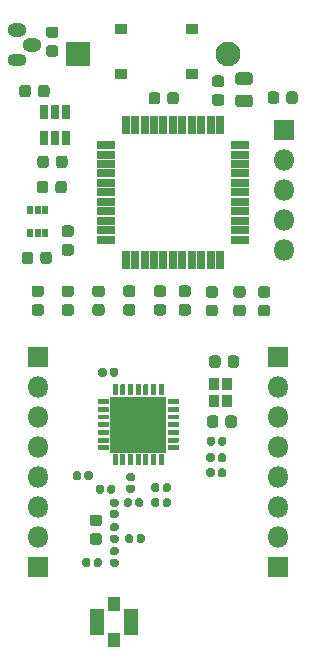
<source format=gbr>
%TF.GenerationSoftware,KiCad,Pcbnew,(5.1.6)-1*%
%TF.CreationDate,2022-09-14T08:17:57+02:00*%
%TF.ProjectId,LoRaWAN_EndNode_Microchip,4c6f5261-5741-44e5-9f45-6e644e6f6465,rev?*%
%TF.SameCoordinates,Original*%
%TF.FileFunction,Soldermask,Top*%
%TF.FilePolarity,Negative*%
%FSLAX46Y46*%
G04 Gerber Fmt 4.6, Leading zero omitted, Abs format (unit mm)*
G04 Created by KiCad (PCBNEW (5.1.6)-1) date 2022-09-14 08:17:57*
%MOMM*%
%LPD*%
G01*
G04 APERTURE LIST*
%ADD10C,2.100000*%
%ADD11R,2.100000X2.100000*%
%ADD12O,1.800000X1.800000*%
%ADD13R,1.800000X1.800000*%
%ADD14O,1.600000X1.200000*%
%ADD15O,1.600000X1.100000*%
%ADD16R,0.500000X0.750000*%
%ADD17R,0.750000X1.160000*%
%ADD18R,0.900000X1.000000*%
%ADD19R,4.800000X4.800000*%
%ADD20R,1.100000X0.850000*%
%ADD21R,0.650000X1.600000*%
%ADD22R,1.600000X0.650000*%
%ADD23R,1.150000X2.300000*%
%ADD24R,1.100000X1.150000*%
G04 APERTURE END LIST*
D10*
%TO.C,B1*%
X207137000Y-74295000D03*
D11*
X194437000Y-74295000D03*
%TD*%
D12*
%TO.C,J1*%
X211836000Y-90868500D03*
X211836000Y-88328500D03*
X211836000Y-85788500D03*
X211836000Y-83248500D03*
D13*
X211836000Y-80708500D03*
%TD*%
D14*
%TO.C,U4*%
X189238000Y-72288400D03*
X190500000Y-73558400D03*
D15*
X189280000Y-74828400D03*
%TD*%
%TO.C,R311*%
G36*
G01*
X193266750Y-90368500D02*
X193829250Y-90368500D01*
G75*
G02*
X194073000Y-90612250I0J-243750D01*
G01*
X194073000Y-91099750D01*
G75*
G02*
X193829250Y-91343500I-243750J0D01*
G01*
X193266750Y-91343500D01*
G75*
G02*
X193023000Y-91099750I0J243750D01*
G01*
X193023000Y-90612250D01*
G75*
G02*
X193266750Y-90368500I243750J0D01*
G01*
G37*
G36*
G01*
X193266750Y-88793500D02*
X193829250Y-88793500D01*
G75*
G02*
X194073000Y-89037250I0J-243750D01*
G01*
X194073000Y-89524750D01*
G75*
G02*
X193829250Y-89768500I-243750J0D01*
G01*
X193266750Y-89768500D01*
G75*
G02*
X193023000Y-89524750I0J243750D01*
G01*
X193023000Y-89037250D01*
G75*
G02*
X193266750Y-88793500I243750J0D01*
G01*
G37*
%TD*%
D16*
%TO.C,U6*%
X190358000Y-87528400D03*
X191658000Y-87528400D03*
X191008000Y-89428400D03*
X191008000Y-87528400D03*
X191658000Y-89428400D03*
X190358000Y-89428400D03*
%TD*%
%TO.C,R302*%
G36*
G01*
X206021250Y-94912000D02*
X205458750Y-94912000D01*
G75*
G02*
X205215000Y-94668250I0J243750D01*
G01*
X205215000Y-94180750D01*
G75*
G02*
X205458750Y-93937000I243750J0D01*
G01*
X206021250Y-93937000D01*
G75*
G02*
X206265000Y-94180750I0J-243750D01*
G01*
X206265000Y-94668250D01*
G75*
G02*
X206021250Y-94912000I-243750J0D01*
G01*
G37*
G36*
G01*
X206021250Y-96487000D02*
X205458750Y-96487000D01*
G75*
G02*
X205215000Y-96243250I0J243750D01*
G01*
X205215000Y-95755750D01*
G75*
G02*
X205458750Y-95512000I243750J0D01*
G01*
X206021250Y-95512000D01*
G75*
G02*
X206265000Y-95755750I0J-243750D01*
G01*
X206265000Y-96243250D01*
G75*
G02*
X206021250Y-96487000I-243750J0D01*
G01*
G37*
%TD*%
D13*
%TO.C,CON1*%
X191008000Y-99949000D03*
D12*
X191008000Y-102489000D03*
X191008000Y-105029000D03*
X191008000Y-107569000D03*
X191008000Y-110109000D03*
X191008000Y-112649000D03*
X191008000Y-115189000D03*
D13*
X191008000Y-117729000D03*
%TD*%
%TO.C,L204*%
G36*
G01*
X197287500Y-116033000D02*
X197682500Y-116033000D01*
G75*
G02*
X197855000Y-116205500I0J-172500D01*
G01*
X197855000Y-116550500D01*
G75*
G02*
X197682500Y-116723000I-172500J0D01*
G01*
X197287500Y-116723000D01*
G75*
G02*
X197115000Y-116550500I0J172500D01*
G01*
X197115000Y-116205500D01*
G75*
G02*
X197287500Y-116033000I172500J0D01*
G01*
G37*
G36*
G01*
X197287500Y-117003000D02*
X197682500Y-117003000D01*
G75*
G02*
X197855000Y-117175500I0J-172500D01*
G01*
X197855000Y-117520500D01*
G75*
G02*
X197682500Y-117693000I-172500J0D01*
G01*
X197287500Y-117693000D01*
G75*
G02*
X197115000Y-117520500I0J172500D01*
G01*
X197115000Y-117175500D01*
G75*
G02*
X197287500Y-117003000I172500J0D01*
G01*
G37*
%TD*%
%TO.C,L203*%
G36*
G01*
X197287500Y-114971000D02*
X197682500Y-114971000D01*
G75*
G02*
X197855000Y-115143500I0J-172500D01*
G01*
X197855000Y-115488500D01*
G75*
G02*
X197682500Y-115661000I-172500J0D01*
G01*
X197287500Y-115661000D01*
G75*
G02*
X197115000Y-115488500I0J172500D01*
G01*
X197115000Y-115143500D01*
G75*
G02*
X197287500Y-114971000I172500J0D01*
G01*
G37*
G36*
G01*
X197287500Y-114001000D02*
X197682500Y-114001000D01*
G75*
G02*
X197855000Y-114173500I0J-172500D01*
G01*
X197855000Y-114518500D01*
G75*
G02*
X197682500Y-114691000I-172500J0D01*
G01*
X197287500Y-114691000D01*
G75*
G02*
X197115000Y-114518500I0J172500D01*
G01*
X197115000Y-114173500D01*
G75*
G02*
X197287500Y-114001000I172500J0D01*
G01*
G37*
%TD*%
%TO.C,CON2*%
X211328000Y-99949000D03*
D12*
X211328000Y-102489000D03*
X211328000Y-105029000D03*
X211328000Y-107569000D03*
X211328000Y-110109000D03*
X211328000Y-112649000D03*
X211328000Y-115189000D03*
D13*
X211328000Y-117729000D03*
%TD*%
%TO.C,L202*%
G36*
G01*
X194678000Y-109784500D02*
X194678000Y-110179500D01*
G75*
G02*
X194505500Y-110352000I-172500J0D01*
G01*
X194160500Y-110352000D01*
G75*
G02*
X193988000Y-110179500I0J172500D01*
G01*
X193988000Y-109784500D01*
G75*
G02*
X194160500Y-109612000I172500J0D01*
G01*
X194505500Y-109612000D01*
G75*
G02*
X194678000Y-109784500I0J-172500D01*
G01*
G37*
G36*
G01*
X195648000Y-109784500D02*
X195648000Y-110179500D01*
G75*
G02*
X195475500Y-110352000I-172500J0D01*
G01*
X195130500Y-110352000D01*
G75*
G02*
X194958000Y-110179500I0J172500D01*
G01*
X194958000Y-109784500D01*
G75*
G02*
X195130500Y-109612000I172500J0D01*
G01*
X195475500Y-109612000D01*
G75*
G02*
X195648000Y-109784500I0J-172500D01*
G01*
G37*
%TD*%
%TO.C,L201*%
G36*
G01*
X199943000Y-112070500D02*
X199943000Y-112465500D01*
G75*
G02*
X199770500Y-112638000I-172500J0D01*
G01*
X199425500Y-112638000D01*
G75*
G02*
X199253000Y-112465500I0J172500D01*
G01*
X199253000Y-112070500D01*
G75*
G02*
X199425500Y-111898000I172500J0D01*
G01*
X199770500Y-111898000D01*
G75*
G02*
X199943000Y-112070500I0J-172500D01*
G01*
G37*
G36*
G01*
X198973000Y-112070500D02*
X198973000Y-112465500D01*
G75*
G02*
X198800500Y-112638000I-172500J0D01*
G01*
X198455500Y-112638000D01*
G75*
G02*
X198283000Y-112465500I0J172500D01*
G01*
X198283000Y-112070500D01*
G75*
G02*
X198455500Y-111898000I172500J0D01*
G01*
X198800500Y-111898000D01*
G75*
G02*
X198973000Y-112070500I0J-172500D01*
G01*
G37*
%TD*%
%TO.C,C302*%
G36*
G01*
X201376000Y-77747550D02*
X201376000Y-78310050D01*
G75*
G02*
X201132250Y-78553800I-243750J0D01*
G01*
X200644750Y-78553800D01*
G75*
G02*
X200401000Y-78310050I0J243750D01*
G01*
X200401000Y-77747550D01*
G75*
G02*
X200644750Y-77503800I243750J0D01*
G01*
X201132250Y-77503800D01*
G75*
G02*
X201376000Y-77747550I0J-243750D01*
G01*
G37*
G36*
G01*
X202951000Y-77747550D02*
X202951000Y-78310050D01*
G75*
G02*
X202707250Y-78553800I-243750J0D01*
G01*
X202219750Y-78553800D01*
G75*
G02*
X201976000Y-78310050I0J243750D01*
G01*
X201976000Y-77747550D01*
G75*
G02*
X202219750Y-77503800I243750J0D01*
G01*
X202707250Y-77503800D01*
G75*
G02*
X202951000Y-77747550I0J-243750D01*
G01*
G37*
%TD*%
%TO.C,D301*%
G36*
G01*
X207993750Y-77712500D02*
X208956250Y-77712500D01*
G75*
G02*
X209225000Y-77981250I0J-268750D01*
G01*
X209225000Y-78518750D01*
G75*
G02*
X208956250Y-78787500I-268750J0D01*
G01*
X207993750Y-78787500D01*
G75*
G02*
X207725000Y-78518750I0J268750D01*
G01*
X207725000Y-77981250D01*
G75*
G02*
X207993750Y-77712500I268750J0D01*
G01*
G37*
G36*
G01*
X207993750Y-75837500D02*
X208956250Y-75837500D01*
G75*
G02*
X209225000Y-76106250I0J-268750D01*
G01*
X209225000Y-76643750D01*
G75*
G02*
X208956250Y-76912500I-268750J0D01*
G01*
X207993750Y-76912500D01*
G75*
G02*
X207725000Y-76643750I0J268750D01*
G01*
X207725000Y-76106250D01*
G75*
G02*
X207993750Y-75837500I268750J0D01*
G01*
G37*
%TD*%
%TO.C,C308*%
G36*
G01*
X191945950Y-71953100D02*
X192508450Y-71953100D01*
G75*
G02*
X192752200Y-72196850I0J-243750D01*
G01*
X192752200Y-72684350D01*
G75*
G02*
X192508450Y-72928100I-243750J0D01*
G01*
X191945950Y-72928100D01*
G75*
G02*
X191702200Y-72684350I0J243750D01*
G01*
X191702200Y-72196850D01*
G75*
G02*
X191945950Y-71953100I243750J0D01*
G01*
G37*
G36*
G01*
X191945950Y-73528100D02*
X192508450Y-73528100D01*
G75*
G02*
X192752200Y-73771850I0J-243750D01*
G01*
X192752200Y-74259350D01*
G75*
G02*
X192508450Y-74503100I-243750J0D01*
G01*
X191945950Y-74503100D01*
G75*
G02*
X191702200Y-74259350I0J243750D01*
G01*
X191702200Y-73771850D01*
G75*
G02*
X191945950Y-73528100I243750J0D01*
G01*
G37*
%TD*%
%TO.C,C309*%
G36*
G01*
X191901900Y-85265950D02*
X191901900Y-85828450D01*
G75*
G02*
X191658150Y-86072200I-243750J0D01*
G01*
X191170650Y-86072200D01*
G75*
G02*
X190926900Y-85828450I0J243750D01*
G01*
X190926900Y-85265950D01*
G75*
G02*
X191170650Y-85022200I243750J0D01*
G01*
X191658150Y-85022200D01*
G75*
G02*
X191901900Y-85265950I0J-243750D01*
G01*
G37*
G36*
G01*
X193476900Y-85265950D02*
X193476900Y-85828450D01*
G75*
G02*
X193233150Y-86072200I-243750J0D01*
G01*
X192745650Y-86072200D01*
G75*
G02*
X192501900Y-85828450I0J243750D01*
G01*
X192501900Y-85265950D01*
G75*
G02*
X192745650Y-85022200I243750J0D01*
G01*
X193233150Y-85022200D01*
G75*
G02*
X193476900Y-85265950I0J-243750D01*
G01*
G37*
%TD*%
%TO.C,R301*%
G36*
G01*
X201639750Y-96423500D02*
X201077250Y-96423500D01*
G75*
G02*
X200833500Y-96179750I0J243750D01*
G01*
X200833500Y-95692250D01*
G75*
G02*
X201077250Y-95448500I243750J0D01*
G01*
X201639750Y-95448500D01*
G75*
G02*
X201883500Y-95692250I0J-243750D01*
G01*
X201883500Y-96179750D01*
G75*
G02*
X201639750Y-96423500I-243750J0D01*
G01*
G37*
G36*
G01*
X201639750Y-94848500D02*
X201077250Y-94848500D01*
G75*
G02*
X200833500Y-94604750I0J243750D01*
G01*
X200833500Y-94117250D01*
G75*
G02*
X201077250Y-93873500I243750J0D01*
G01*
X201639750Y-93873500D01*
G75*
G02*
X201883500Y-94117250I0J-243750D01*
G01*
X201883500Y-94604750D01*
G75*
G02*
X201639750Y-94848500I-243750J0D01*
G01*
G37*
%TD*%
%TO.C,C310*%
G36*
G01*
X189656700Y-91822850D02*
X189656700Y-91260350D01*
G75*
G02*
X189900450Y-91016600I243750J0D01*
G01*
X190387950Y-91016600D01*
G75*
G02*
X190631700Y-91260350I0J-243750D01*
G01*
X190631700Y-91822850D01*
G75*
G02*
X190387950Y-92066600I-243750J0D01*
G01*
X189900450Y-92066600D01*
G75*
G02*
X189656700Y-91822850I0J243750D01*
G01*
G37*
G36*
G01*
X191231700Y-91822850D02*
X191231700Y-91260350D01*
G75*
G02*
X191475450Y-91016600I243750J0D01*
G01*
X191962950Y-91016600D01*
G75*
G02*
X192206700Y-91260350I0J-243750D01*
G01*
X192206700Y-91822850D01*
G75*
G02*
X191962950Y-92066600I-243750J0D01*
G01*
X191475450Y-92066600D01*
G75*
G02*
X191231700Y-91822850I0J243750D01*
G01*
G37*
%TD*%
%TO.C,C307*%
G36*
G01*
X190428500Y-77137950D02*
X190428500Y-77700450D01*
G75*
G02*
X190184750Y-77944200I-243750J0D01*
G01*
X189697250Y-77944200D01*
G75*
G02*
X189453500Y-77700450I0J243750D01*
G01*
X189453500Y-77137950D01*
G75*
G02*
X189697250Y-76894200I243750J0D01*
G01*
X190184750Y-76894200D01*
G75*
G02*
X190428500Y-77137950I0J-243750D01*
G01*
G37*
G36*
G01*
X192003500Y-77137950D02*
X192003500Y-77700450D01*
G75*
G02*
X191759750Y-77944200I-243750J0D01*
G01*
X191272250Y-77944200D01*
G75*
G02*
X191028500Y-77700450I0J243750D01*
G01*
X191028500Y-77137950D01*
G75*
G02*
X191272250Y-76894200I243750J0D01*
G01*
X191759750Y-76894200D01*
G75*
G02*
X192003500Y-77137950I0J-243750D01*
G01*
G37*
%TD*%
%TO.C,C301*%
G36*
G01*
X203172750Y-93873500D02*
X203735250Y-93873500D01*
G75*
G02*
X203979000Y-94117250I0J-243750D01*
G01*
X203979000Y-94604750D01*
G75*
G02*
X203735250Y-94848500I-243750J0D01*
G01*
X203172750Y-94848500D01*
G75*
G02*
X202929000Y-94604750I0J243750D01*
G01*
X202929000Y-94117250D01*
G75*
G02*
X203172750Y-93873500I243750J0D01*
G01*
G37*
G36*
G01*
X203172750Y-95448500D02*
X203735250Y-95448500D01*
G75*
G02*
X203979000Y-95692250I0J-243750D01*
G01*
X203979000Y-96179750D01*
G75*
G02*
X203735250Y-96423500I-243750J0D01*
G01*
X203172750Y-96423500D01*
G75*
G02*
X202929000Y-96179750I0J243750D01*
G01*
X202929000Y-95692250D01*
G75*
G02*
X203172750Y-95448500I243750J0D01*
G01*
G37*
%TD*%
%TO.C,R303*%
G36*
G01*
X208370750Y-94912000D02*
X207808250Y-94912000D01*
G75*
G02*
X207564500Y-94668250I0J243750D01*
G01*
X207564500Y-94180750D01*
G75*
G02*
X207808250Y-93937000I243750J0D01*
G01*
X208370750Y-93937000D01*
G75*
G02*
X208614500Y-94180750I0J-243750D01*
G01*
X208614500Y-94668250D01*
G75*
G02*
X208370750Y-94912000I-243750J0D01*
G01*
G37*
G36*
G01*
X208370750Y-96487000D02*
X207808250Y-96487000D01*
G75*
G02*
X207564500Y-96243250I0J243750D01*
G01*
X207564500Y-95755750D01*
G75*
G02*
X207808250Y-95512000I243750J0D01*
G01*
X208370750Y-95512000D01*
G75*
G02*
X208614500Y-95755750I0J-243750D01*
G01*
X208614500Y-96243250D01*
G75*
G02*
X208370750Y-96487000I-243750J0D01*
G01*
G37*
%TD*%
D17*
%TO.C,U5*%
X192466000Y-79181600D03*
X191516000Y-79181600D03*
X193416000Y-79181600D03*
X193416000Y-81381600D03*
X192466000Y-81381600D03*
X191516000Y-81381600D03*
%TD*%
%TO.C,R307*%
G36*
G01*
X190726750Y-95461000D02*
X191289250Y-95461000D01*
G75*
G02*
X191533000Y-95704750I0J-243750D01*
G01*
X191533000Y-96192250D01*
G75*
G02*
X191289250Y-96436000I-243750J0D01*
G01*
X190726750Y-96436000D01*
G75*
G02*
X190483000Y-96192250I0J243750D01*
G01*
X190483000Y-95704750D01*
G75*
G02*
X190726750Y-95461000I243750J0D01*
G01*
G37*
G36*
G01*
X190726750Y-93886000D02*
X191289250Y-93886000D01*
G75*
G02*
X191533000Y-94129750I0J-243750D01*
G01*
X191533000Y-94617250D01*
G75*
G02*
X191289250Y-94861000I-243750J0D01*
G01*
X190726750Y-94861000D01*
G75*
G02*
X190483000Y-94617250I0J243750D01*
G01*
X190483000Y-94129750D01*
G75*
G02*
X190726750Y-93886000I243750J0D01*
G01*
G37*
%TD*%
D18*
%TO.C,Y1*%
X205910000Y-103632000D03*
X205910000Y-102232000D03*
X207010000Y-102232000D03*
X207010000Y-103632000D03*
%TD*%
%TO.C,Rext1*%
G36*
G01*
X193527700Y-83132350D02*
X193527700Y-83694850D01*
G75*
G02*
X193283950Y-83938600I-243750J0D01*
G01*
X192796450Y-83938600D01*
G75*
G02*
X192552700Y-83694850I0J243750D01*
G01*
X192552700Y-83132350D01*
G75*
G02*
X192796450Y-82888600I243750J0D01*
G01*
X193283950Y-82888600D01*
G75*
G02*
X193527700Y-83132350I0J-243750D01*
G01*
G37*
G36*
G01*
X191952700Y-83132350D02*
X191952700Y-83694850D01*
G75*
G02*
X191708950Y-83938600I-243750J0D01*
G01*
X191221450Y-83938600D01*
G75*
G02*
X190977700Y-83694850I0J243750D01*
G01*
X190977700Y-83132350D01*
G75*
G02*
X191221450Y-82888600I243750J0D01*
G01*
X191708950Y-82888600D01*
G75*
G02*
X191952700Y-83132350I0J-243750D01*
G01*
G37*
%TD*%
%TO.C,R305*%
G36*
G01*
X212047000Y-78259250D02*
X212047000Y-77696750D01*
G75*
G02*
X212290750Y-77453000I243750J0D01*
G01*
X212778250Y-77453000D01*
G75*
G02*
X213022000Y-77696750I0J-243750D01*
G01*
X213022000Y-78259250D01*
G75*
G02*
X212778250Y-78503000I-243750J0D01*
G01*
X212290750Y-78503000D01*
G75*
G02*
X212047000Y-78259250I0J243750D01*
G01*
G37*
G36*
G01*
X210472000Y-78259250D02*
X210472000Y-77696750D01*
G75*
G02*
X210715750Y-77453000I243750J0D01*
G01*
X211203250Y-77453000D01*
G75*
G02*
X211447000Y-77696750I0J-243750D01*
G01*
X211447000Y-78259250D01*
G75*
G02*
X211203250Y-78503000I-243750J0D01*
G01*
X210715750Y-78503000D01*
G75*
G02*
X210472000Y-78259250I0J243750D01*
G01*
G37*
%TD*%
D19*
%TO.C,U1*%
X199517000Y-105664000D03*
G36*
G01*
X197017000Y-107420800D02*
X197017000Y-107807200D01*
G75*
G02*
X197000200Y-107824000I-16800J0D01*
G01*
X196123800Y-107824000D01*
G75*
G02*
X196107000Y-107807200I0J16800D01*
G01*
X196107000Y-107420800D01*
G75*
G02*
X196123800Y-107404000I16800J0D01*
G01*
X197000200Y-107404000D01*
G75*
G02*
X197017000Y-107420800I0J-16800D01*
G01*
G37*
G36*
G01*
X197017000Y-106770800D02*
X197017000Y-107157200D01*
G75*
G02*
X197000200Y-107174000I-16800J0D01*
G01*
X196123800Y-107174000D01*
G75*
G02*
X196107000Y-107157200I0J16800D01*
G01*
X196107000Y-106770800D01*
G75*
G02*
X196123800Y-106754000I16800J0D01*
G01*
X197000200Y-106754000D01*
G75*
G02*
X197017000Y-106770800I0J-16800D01*
G01*
G37*
G36*
G01*
X197017000Y-106120800D02*
X197017000Y-106507200D01*
G75*
G02*
X197000200Y-106524000I-16800J0D01*
G01*
X196123800Y-106524000D01*
G75*
G02*
X196107000Y-106507200I0J16800D01*
G01*
X196107000Y-106120800D01*
G75*
G02*
X196123800Y-106104000I16800J0D01*
G01*
X197000200Y-106104000D01*
G75*
G02*
X197017000Y-106120800I0J-16800D01*
G01*
G37*
G36*
G01*
X197017000Y-105470800D02*
X197017000Y-105857200D01*
G75*
G02*
X197000200Y-105874000I-16800J0D01*
G01*
X196123800Y-105874000D01*
G75*
G02*
X196107000Y-105857200I0J16800D01*
G01*
X196107000Y-105470800D01*
G75*
G02*
X196123800Y-105454000I16800J0D01*
G01*
X197000200Y-105454000D01*
G75*
G02*
X197017000Y-105470800I0J-16800D01*
G01*
G37*
G36*
G01*
X197017000Y-104820800D02*
X197017000Y-105207200D01*
G75*
G02*
X197000200Y-105224000I-16800J0D01*
G01*
X196123800Y-105224000D01*
G75*
G02*
X196107000Y-105207200I0J16800D01*
G01*
X196107000Y-104820800D01*
G75*
G02*
X196123800Y-104804000I16800J0D01*
G01*
X197000200Y-104804000D01*
G75*
G02*
X197017000Y-104820800I0J-16800D01*
G01*
G37*
G36*
G01*
X197017000Y-104170800D02*
X197017000Y-104557200D01*
G75*
G02*
X197000200Y-104574000I-16800J0D01*
G01*
X196123800Y-104574000D01*
G75*
G02*
X196107000Y-104557200I0J16800D01*
G01*
X196107000Y-104170800D01*
G75*
G02*
X196123800Y-104154000I16800J0D01*
G01*
X197000200Y-104154000D01*
G75*
G02*
X197017000Y-104170800I0J-16800D01*
G01*
G37*
G36*
G01*
X197017000Y-103520800D02*
X197017000Y-103907200D01*
G75*
G02*
X197000200Y-103924000I-16800J0D01*
G01*
X196123800Y-103924000D01*
G75*
G02*
X196107000Y-103907200I0J16800D01*
G01*
X196107000Y-103520800D01*
G75*
G02*
X196123800Y-103504000I16800J0D01*
G01*
X197000200Y-103504000D01*
G75*
G02*
X197017000Y-103520800I0J-16800D01*
G01*
G37*
G36*
G01*
X202927000Y-103520800D02*
X202927000Y-103907200D01*
G75*
G02*
X202910200Y-103924000I-16800J0D01*
G01*
X202033800Y-103924000D01*
G75*
G02*
X202017000Y-103907200I0J16800D01*
G01*
X202017000Y-103520800D01*
G75*
G02*
X202033800Y-103504000I16800J0D01*
G01*
X202910200Y-103504000D01*
G75*
G02*
X202927000Y-103520800I0J-16800D01*
G01*
G37*
G36*
G01*
X202927000Y-104170800D02*
X202927000Y-104557200D01*
G75*
G02*
X202910200Y-104574000I-16800J0D01*
G01*
X202033800Y-104574000D01*
G75*
G02*
X202017000Y-104557200I0J16800D01*
G01*
X202017000Y-104170800D01*
G75*
G02*
X202033800Y-104154000I16800J0D01*
G01*
X202910200Y-104154000D01*
G75*
G02*
X202927000Y-104170800I0J-16800D01*
G01*
G37*
G36*
G01*
X202927000Y-104820800D02*
X202927000Y-105207200D01*
G75*
G02*
X202910200Y-105224000I-16800J0D01*
G01*
X202033800Y-105224000D01*
G75*
G02*
X202017000Y-105207200I0J16800D01*
G01*
X202017000Y-104820800D01*
G75*
G02*
X202033800Y-104804000I16800J0D01*
G01*
X202910200Y-104804000D01*
G75*
G02*
X202927000Y-104820800I0J-16800D01*
G01*
G37*
G36*
G01*
X202927000Y-105470800D02*
X202927000Y-105857200D01*
G75*
G02*
X202910200Y-105874000I-16800J0D01*
G01*
X202033800Y-105874000D01*
G75*
G02*
X202017000Y-105857200I0J16800D01*
G01*
X202017000Y-105470800D01*
G75*
G02*
X202033800Y-105454000I16800J0D01*
G01*
X202910200Y-105454000D01*
G75*
G02*
X202927000Y-105470800I0J-16800D01*
G01*
G37*
G36*
G01*
X202927000Y-106120800D02*
X202927000Y-106507200D01*
G75*
G02*
X202910200Y-106524000I-16800J0D01*
G01*
X202033800Y-106524000D01*
G75*
G02*
X202017000Y-106507200I0J16800D01*
G01*
X202017000Y-106120800D01*
G75*
G02*
X202033800Y-106104000I16800J0D01*
G01*
X202910200Y-106104000D01*
G75*
G02*
X202927000Y-106120800I0J-16800D01*
G01*
G37*
G36*
G01*
X202927000Y-106770800D02*
X202927000Y-107157200D01*
G75*
G02*
X202910200Y-107174000I-16800J0D01*
G01*
X202033800Y-107174000D01*
G75*
G02*
X202017000Y-107157200I0J16800D01*
G01*
X202017000Y-106770800D01*
G75*
G02*
X202033800Y-106754000I16800J0D01*
G01*
X202910200Y-106754000D01*
G75*
G02*
X202927000Y-106770800I0J-16800D01*
G01*
G37*
G36*
G01*
X202927000Y-107420800D02*
X202927000Y-107807200D01*
G75*
G02*
X202910200Y-107824000I-16800J0D01*
G01*
X202033800Y-107824000D01*
G75*
G02*
X202017000Y-107807200I0J16800D01*
G01*
X202017000Y-107420800D01*
G75*
G02*
X202033800Y-107404000I16800J0D01*
G01*
X202910200Y-107404000D01*
G75*
G02*
X202927000Y-107420800I0J-16800D01*
G01*
G37*
G36*
G01*
X201273800Y-108164000D02*
X201660200Y-108164000D01*
G75*
G02*
X201677000Y-108180800I0J-16800D01*
G01*
X201677000Y-109057200D01*
G75*
G02*
X201660200Y-109074000I-16800J0D01*
G01*
X201273800Y-109074000D01*
G75*
G02*
X201257000Y-109057200I0J16800D01*
G01*
X201257000Y-108180800D01*
G75*
G02*
X201273800Y-108164000I16800J0D01*
G01*
G37*
G36*
G01*
X200623800Y-108164000D02*
X201010200Y-108164000D01*
G75*
G02*
X201027000Y-108180800I0J-16800D01*
G01*
X201027000Y-109057200D01*
G75*
G02*
X201010200Y-109074000I-16800J0D01*
G01*
X200623800Y-109074000D01*
G75*
G02*
X200607000Y-109057200I0J16800D01*
G01*
X200607000Y-108180800D01*
G75*
G02*
X200623800Y-108164000I16800J0D01*
G01*
G37*
G36*
G01*
X199973800Y-108164000D02*
X200360200Y-108164000D01*
G75*
G02*
X200377000Y-108180800I0J-16800D01*
G01*
X200377000Y-109057200D01*
G75*
G02*
X200360200Y-109074000I-16800J0D01*
G01*
X199973800Y-109074000D01*
G75*
G02*
X199957000Y-109057200I0J16800D01*
G01*
X199957000Y-108180800D01*
G75*
G02*
X199973800Y-108164000I16800J0D01*
G01*
G37*
G36*
G01*
X199323800Y-108164000D02*
X199710200Y-108164000D01*
G75*
G02*
X199727000Y-108180800I0J-16800D01*
G01*
X199727000Y-109057200D01*
G75*
G02*
X199710200Y-109074000I-16800J0D01*
G01*
X199323800Y-109074000D01*
G75*
G02*
X199307000Y-109057200I0J16800D01*
G01*
X199307000Y-108180800D01*
G75*
G02*
X199323800Y-108164000I16800J0D01*
G01*
G37*
G36*
G01*
X198673800Y-108164000D02*
X199060200Y-108164000D01*
G75*
G02*
X199077000Y-108180800I0J-16800D01*
G01*
X199077000Y-109057200D01*
G75*
G02*
X199060200Y-109074000I-16800J0D01*
G01*
X198673800Y-109074000D01*
G75*
G02*
X198657000Y-109057200I0J16800D01*
G01*
X198657000Y-108180800D01*
G75*
G02*
X198673800Y-108164000I16800J0D01*
G01*
G37*
G36*
G01*
X198023800Y-108164000D02*
X198410200Y-108164000D01*
G75*
G02*
X198427000Y-108180800I0J-16800D01*
G01*
X198427000Y-109057200D01*
G75*
G02*
X198410200Y-109074000I-16800J0D01*
G01*
X198023800Y-109074000D01*
G75*
G02*
X198007000Y-109057200I0J16800D01*
G01*
X198007000Y-108180800D01*
G75*
G02*
X198023800Y-108164000I16800J0D01*
G01*
G37*
G36*
G01*
X197373800Y-108164000D02*
X197760200Y-108164000D01*
G75*
G02*
X197777000Y-108180800I0J-16800D01*
G01*
X197777000Y-109057200D01*
G75*
G02*
X197760200Y-109074000I-16800J0D01*
G01*
X197373800Y-109074000D01*
G75*
G02*
X197357000Y-109057200I0J16800D01*
G01*
X197357000Y-108180800D01*
G75*
G02*
X197373800Y-108164000I16800J0D01*
G01*
G37*
G36*
G01*
X197373800Y-102254000D02*
X197760200Y-102254000D01*
G75*
G02*
X197777000Y-102270800I0J-16800D01*
G01*
X197777000Y-103147200D01*
G75*
G02*
X197760200Y-103164000I-16800J0D01*
G01*
X197373800Y-103164000D01*
G75*
G02*
X197357000Y-103147200I0J16800D01*
G01*
X197357000Y-102270800D01*
G75*
G02*
X197373800Y-102254000I16800J0D01*
G01*
G37*
G36*
G01*
X198023800Y-102254000D02*
X198410200Y-102254000D01*
G75*
G02*
X198427000Y-102270800I0J-16800D01*
G01*
X198427000Y-103147200D01*
G75*
G02*
X198410200Y-103164000I-16800J0D01*
G01*
X198023800Y-103164000D01*
G75*
G02*
X198007000Y-103147200I0J16800D01*
G01*
X198007000Y-102270800D01*
G75*
G02*
X198023800Y-102254000I16800J0D01*
G01*
G37*
G36*
G01*
X198673800Y-102254000D02*
X199060200Y-102254000D01*
G75*
G02*
X199077000Y-102270800I0J-16800D01*
G01*
X199077000Y-103147200D01*
G75*
G02*
X199060200Y-103164000I-16800J0D01*
G01*
X198673800Y-103164000D01*
G75*
G02*
X198657000Y-103147200I0J16800D01*
G01*
X198657000Y-102270800D01*
G75*
G02*
X198673800Y-102254000I16800J0D01*
G01*
G37*
G36*
G01*
X199323800Y-102254000D02*
X199710200Y-102254000D01*
G75*
G02*
X199727000Y-102270800I0J-16800D01*
G01*
X199727000Y-103147200D01*
G75*
G02*
X199710200Y-103164000I-16800J0D01*
G01*
X199323800Y-103164000D01*
G75*
G02*
X199307000Y-103147200I0J16800D01*
G01*
X199307000Y-102270800D01*
G75*
G02*
X199323800Y-102254000I16800J0D01*
G01*
G37*
G36*
G01*
X199973800Y-102254000D02*
X200360200Y-102254000D01*
G75*
G02*
X200377000Y-102270800I0J-16800D01*
G01*
X200377000Y-103147200D01*
G75*
G02*
X200360200Y-103164000I-16800J0D01*
G01*
X199973800Y-103164000D01*
G75*
G02*
X199957000Y-103147200I0J16800D01*
G01*
X199957000Y-102270800D01*
G75*
G02*
X199973800Y-102254000I16800J0D01*
G01*
G37*
G36*
G01*
X200623800Y-102254000D02*
X201010200Y-102254000D01*
G75*
G02*
X201027000Y-102270800I0J-16800D01*
G01*
X201027000Y-103147200D01*
G75*
G02*
X201010200Y-103164000I-16800J0D01*
G01*
X200623800Y-103164000D01*
G75*
G02*
X200607000Y-103147200I0J16800D01*
G01*
X200607000Y-102270800D01*
G75*
G02*
X200623800Y-102254000I16800J0D01*
G01*
G37*
G36*
G01*
X201273800Y-102254000D02*
X201660200Y-102254000D01*
G75*
G02*
X201677000Y-102270800I0J-16800D01*
G01*
X201677000Y-103147200D01*
G75*
G02*
X201660200Y-103164000I-16800J0D01*
G01*
X201273800Y-103164000D01*
G75*
G02*
X201257000Y-103147200I0J16800D01*
G01*
X201257000Y-102270800D01*
G75*
G02*
X201273800Y-102254000I16800J0D01*
G01*
G37*
%TD*%
D20*
%TO.C,S301*%
X198056500Y-72196000D03*
X204056500Y-72196000D03*
X198056500Y-75946000D03*
X204056500Y-75946000D03*
%TD*%
%TO.C,R310*%
G36*
G01*
X206556250Y-77075000D02*
X205993750Y-77075000D01*
G75*
G02*
X205750000Y-76831250I0J243750D01*
G01*
X205750000Y-76343750D01*
G75*
G02*
X205993750Y-76100000I243750J0D01*
G01*
X206556250Y-76100000D01*
G75*
G02*
X206800000Y-76343750I0J-243750D01*
G01*
X206800000Y-76831250D01*
G75*
G02*
X206556250Y-77075000I-243750J0D01*
G01*
G37*
G36*
G01*
X206556250Y-78650000D02*
X205993750Y-78650000D01*
G75*
G02*
X205750000Y-78406250I0J243750D01*
G01*
X205750000Y-77918750D01*
G75*
G02*
X205993750Y-77675000I243750J0D01*
G01*
X206556250Y-77675000D01*
G75*
G02*
X206800000Y-77918750I0J-243750D01*
G01*
X206800000Y-78406250D01*
G75*
G02*
X206556250Y-78650000I-243750J0D01*
G01*
G37*
%TD*%
%TO.C,R309*%
G36*
G01*
X198473750Y-93873500D02*
X199036250Y-93873500D01*
G75*
G02*
X199280000Y-94117250I0J-243750D01*
G01*
X199280000Y-94604750D01*
G75*
G02*
X199036250Y-94848500I-243750J0D01*
G01*
X198473750Y-94848500D01*
G75*
G02*
X198230000Y-94604750I0J243750D01*
G01*
X198230000Y-94117250D01*
G75*
G02*
X198473750Y-93873500I243750J0D01*
G01*
G37*
G36*
G01*
X198473750Y-95448500D02*
X199036250Y-95448500D01*
G75*
G02*
X199280000Y-95692250I0J-243750D01*
G01*
X199280000Y-96179750D01*
G75*
G02*
X199036250Y-96423500I-243750J0D01*
G01*
X198473750Y-96423500D01*
G75*
G02*
X198230000Y-96179750I0J243750D01*
G01*
X198230000Y-95692250D01*
G75*
G02*
X198473750Y-95448500I243750J0D01*
G01*
G37*
%TD*%
%TO.C,R308*%
G36*
G01*
X193266750Y-93886000D02*
X193829250Y-93886000D01*
G75*
G02*
X194073000Y-94129750I0J-243750D01*
G01*
X194073000Y-94617250D01*
G75*
G02*
X193829250Y-94861000I-243750J0D01*
G01*
X193266750Y-94861000D01*
G75*
G02*
X193023000Y-94617250I0J243750D01*
G01*
X193023000Y-94129750D01*
G75*
G02*
X193266750Y-93886000I243750J0D01*
G01*
G37*
G36*
G01*
X193266750Y-95461000D02*
X193829250Y-95461000D01*
G75*
G02*
X194073000Y-95704750I0J-243750D01*
G01*
X194073000Y-96192250D01*
G75*
G02*
X193829250Y-96436000I-243750J0D01*
G01*
X193266750Y-96436000D01*
G75*
G02*
X193023000Y-96192250I0J243750D01*
G01*
X193023000Y-95704750D01*
G75*
G02*
X193266750Y-95461000I243750J0D01*
G01*
G37*
%TD*%
%TO.C,R304*%
G36*
G01*
X210466250Y-96487000D02*
X209903750Y-96487000D01*
G75*
G02*
X209660000Y-96243250I0J243750D01*
G01*
X209660000Y-95755750D01*
G75*
G02*
X209903750Y-95512000I243750J0D01*
G01*
X210466250Y-95512000D01*
G75*
G02*
X210710000Y-95755750I0J-243750D01*
G01*
X210710000Y-96243250D01*
G75*
G02*
X210466250Y-96487000I-243750J0D01*
G01*
G37*
G36*
G01*
X210466250Y-94912000D02*
X209903750Y-94912000D01*
G75*
G02*
X209660000Y-94668250I0J243750D01*
G01*
X209660000Y-94180750D01*
G75*
G02*
X209903750Y-93937000I243750J0D01*
G01*
X210466250Y-93937000D01*
G75*
G02*
X210710000Y-94180750I0J-243750D01*
G01*
X210710000Y-94668250D01*
G75*
G02*
X210466250Y-94912000I-243750J0D01*
G01*
G37*
%TD*%
%TO.C,R306*%
G36*
G01*
X195870250Y-93886000D02*
X196432750Y-93886000D01*
G75*
G02*
X196676500Y-94129750I0J-243750D01*
G01*
X196676500Y-94617250D01*
G75*
G02*
X196432750Y-94861000I-243750J0D01*
G01*
X195870250Y-94861000D01*
G75*
G02*
X195626500Y-94617250I0J243750D01*
G01*
X195626500Y-94129750D01*
G75*
G02*
X195870250Y-93886000I243750J0D01*
G01*
G37*
G36*
G01*
X195870250Y-95461000D02*
X196432750Y-95461000D01*
G75*
G02*
X196676500Y-95704750I0J-243750D01*
G01*
X196676500Y-96192250D01*
G75*
G02*
X196432750Y-96436000I-243750J0D01*
G01*
X195870250Y-96436000D01*
G75*
G02*
X195626500Y-96192250I0J243750D01*
G01*
X195626500Y-95704750D01*
G75*
G02*
X195870250Y-95461000I243750J0D01*
G01*
G37*
%TD*%
%TO.C,C213*%
G36*
G01*
X200070000Y-115118500D02*
X200070000Y-115513500D01*
G75*
G02*
X199897500Y-115686000I-172500J0D01*
G01*
X199552500Y-115686000D01*
G75*
G02*
X199380000Y-115513500I0J172500D01*
G01*
X199380000Y-115118500D01*
G75*
G02*
X199552500Y-114946000I172500J0D01*
G01*
X199897500Y-114946000D01*
G75*
G02*
X200070000Y-115118500I0J-172500D01*
G01*
G37*
G36*
G01*
X199100000Y-115118500D02*
X199100000Y-115513500D01*
G75*
G02*
X198927500Y-115686000I-172500J0D01*
G01*
X198582500Y-115686000D01*
G75*
G02*
X198410000Y-115513500I0J172500D01*
G01*
X198410000Y-115118500D01*
G75*
G02*
X198582500Y-114946000I172500J0D01*
G01*
X198927500Y-114946000D01*
G75*
G02*
X199100000Y-115118500I0J-172500D01*
G01*
G37*
%TD*%
%TO.C,C206*%
G36*
G01*
X206261000Y-109925500D02*
X206261000Y-109530500D01*
G75*
G02*
X206433500Y-109358000I172500J0D01*
G01*
X206778500Y-109358000D01*
G75*
G02*
X206951000Y-109530500I0J-172500D01*
G01*
X206951000Y-109925500D01*
G75*
G02*
X206778500Y-110098000I-172500J0D01*
G01*
X206433500Y-110098000D01*
G75*
G02*
X206261000Y-109925500I0J172500D01*
G01*
G37*
G36*
G01*
X205291000Y-109925500D02*
X205291000Y-109530500D01*
G75*
G02*
X205463500Y-109358000I172500J0D01*
G01*
X205808500Y-109358000D01*
G75*
G02*
X205981000Y-109530500I0J-172500D01*
G01*
X205981000Y-109925500D01*
G75*
G02*
X205808500Y-110098000I-172500J0D01*
G01*
X205463500Y-110098000D01*
G75*
G02*
X205291000Y-109925500I0J172500D01*
G01*
G37*
%TD*%
%TO.C,C212*%
G36*
G01*
X197682500Y-112613000D02*
X197287500Y-112613000D01*
G75*
G02*
X197115000Y-112440500I0J172500D01*
G01*
X197115000Y-112095500D01*
G75*
G02*
X197287500Y-111923000I172500J0D01*
G01*
X197682500Y-111923000D01*
G75*
G02*
X197855000Y-112095500I0J-172500D01*
G01*
X197855000Y-112440500D01*
G75*
G02*
X197682500Y-112613000I-172500J0D01*
G01*
G37*
G36*
G01*
X197682500Y-113583000D02*
X197287500Y-113583000D01*
G75*
G02*
X197115000Y-113410500I0J172500D01*
G01*
X197115000Y-113065500D01*
G75*
G02*
X197287500Y-112893000I172500J0D01*
G01*
X197682500Y-112893000D01*
G75*
G02*
X197855000Y-113065500I0J-172500D01*
G01*
X197855000Y-113410500D01*
G75*
G02*
X197682500Y-113583000I-172500J0D01*
G01*
G37*
%TD*%
%TO.C,C211*%
G36*
G01*
X197576000Y-110927500D02*
X197576000Y-111322500D01*
G75*
G02*
X197403500Y-111495000I-172500J0D01*
G01*
X197058500Y-111495000D01*
G75*
G02*
X196886000Y-111322500I0J172500D01*
G01*
X196886000Y-110927500D01*
G75*
G02*
X197058500Y-110755000I172500J0D01*
G01*
X197403500Y-110755000D01*
G75*
G02*
X197576000Y-110927500I0J-172500D01*
G01*
G37*
G36*
G01*
X196606000Y-110927500D02*
X196606000Y-111322500D01*
G75*
G02*
X196433500Y-111495000I-172500J0D01*
G01*
X196088500Y-111495000D01*
G75*
G02*
X195916000Y-111322500I0J172500D01*
G01*
X195916000Y-110927500D01*
G75*
G02*
X196088500Y-110755000I172500J0D01*
G01*
X196433500Y-110755000D01*
G75*
G02*
X196606000Y-110927500I0J-172500D01*
G01*
G37*
%TD*%
%TO.C,C204*%
G36*
G01*
X206261000Y-108655500D02*
X206261000Y-108260500D01*
G75*
G02*
X206433500Y-108088000I172500J0D01*
G01*
X206778500Y-108088000D01*
G75*
G02*
X206951000Y-108260500I0J-172500D01*
G01*
X206951000Y-108655500D01*
G75*
G02*
X206778500Y-108828000I-172500J0D01*
G01*
X206433500Y-108828000D01*
G75*
G02*
X206261000Y-108655500I0J172500D01*
G01*
G37*
G36*
G01*
X205291000Y-108655500D02*
X205291000Y-108260500D01*
G75*
G02*
X205463500Y-108088000I172500J0D01*
G01*
X205808500Y-108088000D01*
G75*
G02*
X205981000Y-108260500I0J-172500D01*
G01*
X205981000Y-108655500D01*
G75*
G02*
X205808500Y-108828000I-172500J0D01*
G01*
X205463500Y-108828000D01*
G75*
G02*
X205291000Y-108655500I0J172500D01*
G01*
G37*
%TD*%
%TO.C,C209*%
G36*
G01*
X201585000Y-111195500D02*
X201585000Y-110800500D01*
G75*
G02*
X201757500Y-110628000I172500J0D01*
G01*
X202102500Y-110628000D01*
G75*
G02*
X202275000Y-110800500I0J-172500D01*
G01*
X202275000Y-111195500D01*
G75*
G02*
X202102500Y-111368000I-172500J0D01*
G01*
X201757500Y-111368000D01*
G75*
G02*
X201585000Y-111195500I0J172500D01*
G01*
G37*
G36*
G01*
X200615000Y-111195500D02*
X200615000Y-110800500D01*
G75*
G02*
X200787500Y-110628000I172500J0D01*
G01*
X201132500Y-110628000D01*
G75*
G02*
X201305000Y-110800500I0J-172500D01*
G01*
X201305000Y-111195500D01*
G75*
G02*
X201132500Y-111368000I-172500J0D01*
G01*
X200787500Y-111368000D01*
G75*
G02*
X200615000Y-111195500I0J172500D01*
G01*
G37*
%TD*%
%TO.C,C203*%
G36*
G01*
X197807000Y-101021500D02*
X197807000Y-101416500D01*
G75*
G02*
X197634500Y-101589000I-172500J0D01*
G01*
X197289500Y-101589000D01*
G75*
G02*
X197117000Y-101416500I0J172500D01*
G01*
X197117000Y-101021500D01*
G75*
G02*
X197289500Y-100849000I172500J0D01*
G01*
X197634500Y-100849000D01*
G75*
G02*
X197807000Y-101021500I0J-172500D01*
G01*
G37*
G36*
G01*
X196837000Y-101021500D02*
X196837000Y-101416500D01*
G75*
G02*
X196664500Y-101589000I-172500J0D01*
G01*
X196319500Y-101589000D01*
G75*
G02*
X196147000Y-101416500I0J172500D01*
G01*
X196147000Y-101021500D01*
G75*
G02*
X196319500Y-100849000I172500J0D01*
G01*
X196664500Y-100849000D01*
G75*
G02*
X196837000Y-101021500I0J-172500D01*
G01*
G37*
%TD*%
%TO.C,C208*%
G36*
G01*
X205506500Y-100611250D02*
X205506500Y-100048750D01*
G75*
G02*
X205750250Y-99805000I243750J0D01*
G01*
X206237750Y-99805000D01*
G75*
G02*
X206481500Y-100048750I0J-243750D01*
G01*
X206481500Y-100611250D01*
G75*
G02*
X206237750Y-100855000I-243750J0D01*
G01*
X205750250Y-100855000D01*
G75*
G02*
X205506500Y-100611250I0J243750D01*
G01*
G37*
G36*
G01*
X207081500Y-100611250D02*
X207081500Y-100048750D01*
G75*
G02*
X207325250Y-99805000I243750J0D01*
G01*
X207812750Y-99805000D01*
G75*
G02*
X208056500Y-100048750I0J-243750D01*
G01*
X208056500Y-100611250D01*
G75*
G02*
X207812750Y-100855000I-243750J0D01*
G01*
X207325250Y-100855000D01*
G75*
G02*
X207081500Y-100611250I0J243750D01*
G01*
G37*
%TD*%
%TO.C,C205*%
G36*
G01*
X205314000Y-107258500D02*
X205314000Y-106863500D01*
G75*
G02*
X205486500Y-106691000I172500J0D01*
G01*
X205831500Y-106691000D01*
G75*
G02*
X206004000Y-106863500I0J-172500D01*
G01*
X206004000Y-107258500D01*
G75*
G02*
X205831500Y-107431000I-172500J0D01*
G01*
X205486500Y-107431000D01*
G75*
G02*
X205314000Y-107258500I0J172500D01*
G01*
G37*
G36*
G01*
X206284000Y-107258500D02*
X206284000Y-106863500D01*
G75*
G02*
X206456500Y-106691000I172500J0D01*
G01*
X206801500Y-106691000D01*
G75*
G02*
X206974000Y-106863500I0J-172500D01*
G01*
X206974000Y-107258500D01*
G75*
G02*
X206801500Y-107431000I-172500J0D01*
G01*
X206456500Y-107431000D01*
G75*
G02*
X206284000Y-107258500I0J172500D01*
G01*
G37*
%TD*%
%TO.C,C207*%
G36*
G01*
X206903500Y-105691250D02*
X206903500Y-105128750D01*
G75*
G02*
X207147250Y-104885000I243750J0D01*
G01*
X207634750Y-104885000D01*
G75*
G02*
X207878500Y-105128750I0J-243750D01*
G01*
X207878500Y-105691250D01*
G75*
G02*
X207634750Y-105935000I-243750J0D01*
G01*
X207147250Y-105935000D01*
G75*
G02*
X206903500Y-105691250I0J243750D01*
G01*
G37*
G36*
G01*
X205328500Y-105691250D02*
X205328500Y-105128750D01*
G75*
G02*
X205572250Y-104885000I243750J0D01*
G01*
X206059750Y-104885000D01*
G75*
G02*
X206303500Y-105128750I0J-243750D01*
G01*
X206303500Y-105691250D01*
G75*
G02*
X206059750Y-105935000I-243750J0D01*
G01*
X205572250Y-105935000D01*
G75*
G02*
X205328500Y-105691250I0J243750D01*
G01*
G37*
%TD*%
%TO.C,C202*%
G36*
G01*
X198684500Y-110734000D02*
X199079500Y-110734000D01*
G75*
G02*
X199252000Y-110906500I0J-172500D01*
G01*
X199252000Y-111251500D01*
G75*
G02*
X199079500Y-111424000I-172500J0D01*
G01*
X198684500Y-111424000D01*
G75*
G02*
X198512000Y-111251500I0J172500D01*
G01*
X198512000Y-110906500D01*
G75*
G02*
X198684500Y-110734000I172500J0D01*
G01*
G37*
G36*
G01*
X198684500Y-109764000D02*
X199079500Y-109764000D01*
G75*
G02*
X199252000Y-109936500I0J-172500D01*
G01*
X199252000Y-110281500D01*
G75*
G02*
X199079500Y-110454000I-172500J0D01*
G01*
X198684500Y-110454000D01*
G75*
G02*
X198512000Y-110281500I0J172500D01*
G01*
X198512000Y-109936500D01*
G75*
G02*
X198684500Y-109764000I172500J0D01*
G01*
G37*
%TD*%
%TO.C,C201*%
G36*
G01*
X200615000Y-112465500D02*
X200615000Y-112070500D01*
G75*
G02*
X200787500Y-111898000I172500J0D01*
G01*
X201132500Y-111898000D01*
G75*
G02*
X201305000Y-112070500I0J-172500D01*
G01*
X201305000Y-112465500D01*
G75*
G02*
X201132500Y-112638000I-172500J0D01*
G01*
X200787500Y-112638000D01*
G75*
G02*
X200615000Y-112465500I0J172500D01*
G01*
G37*
G36*
G01*
X201585000Y-112465500D02*
X201585000Y-112070500D01*
G75*
G02*
X201757500Y-111898000I172500J0D01*
G01*
X202102500Y-111898000D01*
G75*
G02*
X202275000Y-112070500I0J-172500D01*
G01*
X202275000Y-112465500D01*
G75*
G02*
X202102500Y-112638000I-172500J0D01*
G01*
X201757500Y-112638000D01*
G75*
G02*
X201585000Y-112465500I0J172500D01*
G01*
G37*
%TD*%
%TO.C,C214*%
G36*
G01*
X195743000Y-117545500D02*
X195743000Y-117150500D01*
G75*
G02*
X195915500Y-116978000I172500J0D01*
G01*
X196260500Y-116978000D01*
G75*
G02*
X196433000Y-117150500I0J-172500D01*
G01*
X196433000Y-117545500D01*
G75*
G02*
X196260500Y-117718000I-172500J0D01*
G01*
X195915500Y-117718000D01*
G75*
G02*
X195743000Y-117545500I0J172500D01*
G01*
G37*
G36*
G01*
X194773000Y-117545500D02*
X194773000Y-117150500D01*
G75*
G02*
X194945500Y-116978000I172500J0D01*
G01*
X195290500Y-116978000D01*
G75*
G02*
X195463000Y-117150500I0J-172500D01*
G01*
X195463000Y-117545500D01*
G75*
G02*
X195290500Y-117718000I-172500J0D01*
G01*
X194945500Y-117718000D01*
G75*
G02*
X194773000Y-117545500I0J172500D01*
G01*
G37*
%TD*%
D21*
%TO.C,U2*%
X198450400Y-91694000D03*
X199250400Y-91694000D03*
X200050400Y-91694000D03*
X200850400Y-91694000D03*
X201650400Y-91694000D03*
X202450400Y-91694000D03*
X203250400Y-91694000D03*
X204050400Y-91694000D03*
X204850400Y-91694000D03*
X205650400Y-91694000D03*
X206450400Y-91694000D03*
D22*
X208150400Y-89994000D03*
X208150400Y-89194000D03*
X208150400Y-88394000D03*
X208150400Y-87594000D03*
X208150400Y-86794000D03*
X208150400Y-85994000D03*
X208150400Y-85194000D03*
X208150400Y-84394000D03*
X208150400Y-83594000D03*
X208150400Y-82794000D03*
X208150400Y-81994000D03*
D21*
X206450400Y-80294000D03*
X205650400Y-80294000D03*
X204850400Y-80294000D03*
X204050400Y-80294000D03*
X203250400Y-80294000D03*
X202450400Y-80294000D03*
X201650400Y-80294000D03*
X200850400Y-80294000D03*
X200050400Y-80294000D03*
X199250400Y-80294000D03*
X198450400Y-80294000D03*
D22*
X196750400Y-81994000D03*
X196750400Y-82794000D03*
X196750400Y-83594000D03*
X196750400Y-84394000D03*
X196750400Y-85194000D03*
X196750400Y-85994000D03*
X196750400Y-86794000D03*
X196750400Y-87594000D03*
X196750400Y-88394000D03*
X196750400Y-89194000D03*
X196750400Y-89994000D03*
%TD*%
%TO.C,C215*%
G36*
G01*
X196206250Y-115825000D02*
X195643750Y-115825000D01*
G75*
G02*
X195400000Y-115581250I0J243750D01*
G01*
X195400000Y-115093750D01*
G75*
G02*
X195643750Y-114850000I243750J0D01*
G01*
X196206250Y-114850000D01*
G75*
G02*
X196450000Y-115093750I0J-243750D01*
G01*
X196450000Y-115581250D01*
G75*
G02*
X196206250Y-115825000I-243750J0D01*
G01*
G37*
G36*
G01*
X196206250Y-114250000D02*
X195643750Y-114250000D01*
G75*
G02*
X195400000Y-114006250I0J243750D01*
G01*
X195400000Y-113518750D01*
G75*
G02*
X195643750Y-113275000I243750J0D01*
G01*
X196206250Y-113275000D01*
G75*
G02*
X196450000Y-113518750I0J-243750D01*
G01*
X196450000Y-114006250D01*
G75*
G02*
X196206250Y-114250000I-243750J0D01*
G01*
G37*
%TD*%
D23*
%TO.C,J2*%
X195995000Y-122405000D03*
X198945000Y-122405000D03*
D24*
X197470000Y-123930000D03*
X197470000Y-120880000D03*
%TD*%
M02*

</source>
